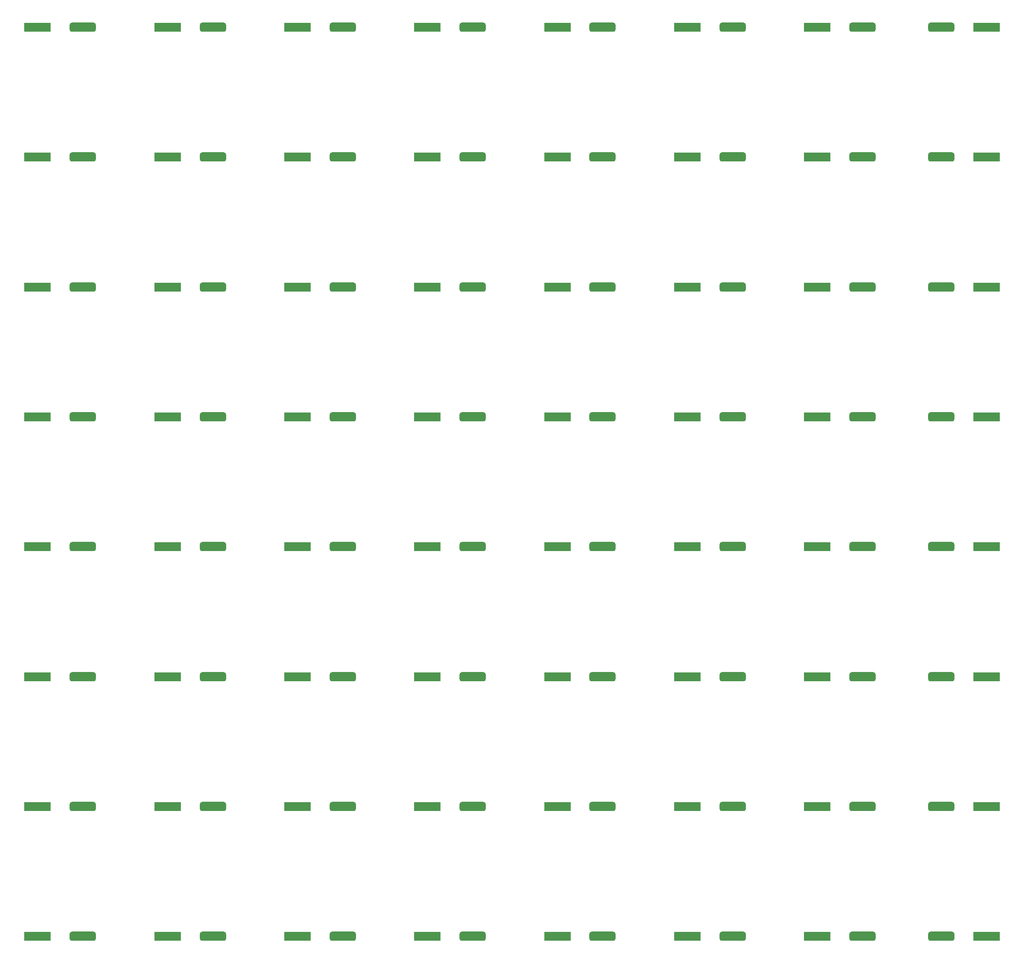
<source format=gtp>
%FSTAX23Y23*%
%MOIN*%
%SFA1B1*%

%IPPOS*%
%AMD10*
4,1,8,-0.082000,-0.035000,0.082000,-0.035000,0.100000,-0.017000,0.100000,0.017000,0.082000,0.035000,-0.082000,0.035000,-0.100000,0.017000,-0.100000,-0.017000,-0.082000,-0.035000,0.0*
1,1,0.036000,-0.082000,-0.017000*
1,1,0.036000,0.082000,-0.017000*
1,1,0.036000,0.082000,0.017000*
1,1,0.036000,-0.082000,0.017000*
%
G04~CAMADD=10~8~0.0~0.0~2000.0~700.0~180.0~0.0~15~0.0~0.0~0.0~0.0~0~0.0~0.0~0.0~0.0~0~0.0~0.0~0.0~180.0~2000.0~700.0*
%ADD10D10*%
%ADD11R,0.200000X0.070000*%
%LNchronomepcbv2_2-1*%
%LPD*%
G54D10*
X09476Y03561D03*
Y10451D03*
X0888D03*
X07895D03*
X06911D03*
X05927D03*
X04943D03*
X03958D03*
X02974D03*
X09476Y09467D03*
X0888D03*
X07895D03*
X06911D03*
X05927D03*
X04943D03*
X03958D03*
X02974D03*
X09476Y08482D03*
X0888D03*
X07895D03*
X06911D03*
X05927D03*
X04943D03*
X03958D03*
X02974D03*
X09476Y07498D03*
X0888D03*
X07895D03*
X06911D03*
X05927D03*
X04943D03*
X03958D03*
X02974D03*
X09476Y06514D03*
X0888D03*
X07895D03*
X06911D03*
X05927D03*
X04943D03*
X03958D03*
X02974D03*
X09476Y0553D03*
X0888D03*
X07895D03*
X06911D03*
X05927D03*
X04943D03*
X03958D03*
X02974D03*
X09476Y04545D03*
X0888D03*
X07895D03*
X06911D03*
X05927D03*
X04943D03*
X03958D03*
X02974D03*
X0888Y03561D03*
X07895D03*
X06911D03*
X05927D03*
X04943D03*
X03958D03*
X02974D03*
G54D11*
X09819Y03561D03*
Y10451D03*
X08537D03*
X07552D03*
X06568D03*
X05584D03*
X046D03*
X03615D03*
X02631D03*
X09819Y09467D03*
X08537D03*
X07552D03*
X06568D03*
X05584D03*
X046D03*
X03615D03*
X02631D03*
X09819Y08482D03*
X08537D03*
X07552D03*
X06568D03*
X05584D03*
X046D03*
X03615D03*
X02631D03*
X09819Y07498D03*
X08537D03*
X07552D03*
X06568D03*
X05584D03*
X046D03*
X03615D03*
X02631D03*
X09819Y06514D03*
X08537D03*
X07552D03*
X06568D03*
X05584D03*
X046D03*
X03615D03*
X02631D03*
X09819Y0553D03*
X08537D03*
X07552D03*
X06568D03*
X05584D03*
X046D03*
X03615D03*
X02631D03*
X09819Y04545D03*
X08537D03*
X07552D03*
X06568D03*
X05584D03*
X046D03*
X03615D03*
X02631D03*
X08537Y03561D03*
X07552D03*
X06568D03*
X05584D03*
X046D03*
X03615D03*
X02631D03*
M02*
</source>
